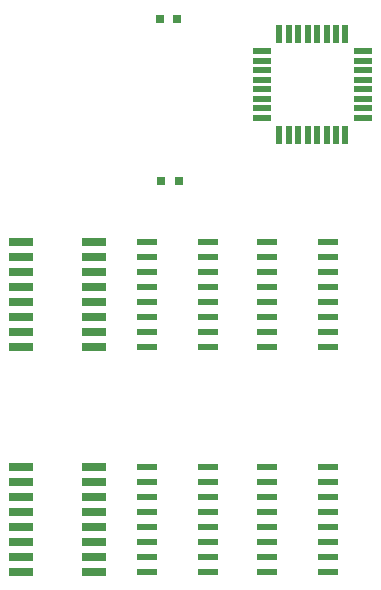
<source format=gbr>
G04 #@! TF.FileFunction,Paste,Top*
%FSLAX46Y46*%
G04 Gerber Fmt 4.6, Leading zero omitted, Abs format (unit mm)*
G04 Created by KiCad (PCBNEW 4.0.2-stable) date 5/15/2017 11:57:14 PM*
%MOMM*%
G01*
G04 APERTURE LIST*
%ADD10C,0.100000*%
%ADD11R,0.800000X0.750000*%
%ADD12R,2.032000X0.660400*%
%ADD13R,1.701800X0.533400*%
%ADD14R,1.600000X0.550000*%
%ADD15R,0.550000X1.600000*%
G04 APERTURE END LIST*
D10*
D11*
X144641000Y-71501000D03*
X143141000Y-71501000D03*
X144768000Y-85217000D03*
X143268000Y-85217000D03*
D12*
X137566400Y-118364000D03*
X131419600Y-118364000D03*
X137566400Y-117094000D03*
X137566400Y-115824000D03*
X131419600Y-117094000D03*
X131419600Y-115824000D03*
X137566400Y-114554000D03*
X131419600Y-114554000D03*
X137566400Y-113284000D03*
X131419600Y-113284000D03*
X137566400Y-112014000D03*
X137566400Y-110744000D03*
X131419600Y-112014000D03*
X131419600Y-110744000D03*
X137566400Y-109474000D03*
X131419600Y-109474000D03*
X137566400Y-99314000D03*
X131419600Y-99314000D03*
X137566400Y-98044000D03*
X137566400Y-96774000D03*
X131419600Y-98044000D03*
X131419600Y-96774000D03*
X137566400Y-95504000D03*
X131419600Y-95504000D03*
X137566400Y-94234000D03*
X131419600Y-94234000D03*
X137566400Y-92964000D03*
X137566400Y-91694000D03*
X131419600Y-92964000D03*
X131419600Y-91694000D03*
X137566400Y-90424000D03*
X131419600Y-90424000D03*
D13*
X147243800Y-118364000D03*
X147243800Y-117094000D03*
X147243800Y-115824000D03*
X147243800Y-114554000D03*
X147243800Y-113284000D03*
X147243800Y-112014000D03*
X147243800Y-110744000D03*
X147243800Y-109474000D03*
X142062200Y-109474000D03*
X142062200Y-110744000D03*
X142062200Y-112014000D03*
X142062200Y-113284000D03*
X142062200Y-114554000D03*
X142062200Y-115824000D03*
X142062200Y-117094000D03*
X142062200Y-118364000D03*
X147243800Y-99314000D03*
X147243800Y-98044000D03*
X147243800Y-96774000D03*
X147243800Y-95504000D03*
X147243800Y-94234000D03*
X147243800Y-92964000D03*
X147243800Y-91694000D03*
X147243800Y-90424000D03*
X142062200Y-90424000D03*
X142062200Y-91694000D03*
X142062200Y-92964000D03*
X142062200Y-94234000D03*
X142062200Y-95504000D03*
X142062200Y-96774000D03*
X142062200Y-98044000D03*
X142062200Y-99314000D03*
X157403800Y-118364000D03*
X157403800Y-117094000D03*
X157403800Y-115824000D03*
X157403800Y-114554000D03*
X157403800Y-113284000D03*
X157403800Y-112014000D03*
X157403800Y-110744000D03*
X157403800Y-109474000D03*
X152222200Y-109474000D03*
X152222200Y-110744000D03*
X152222200Y-112014000D03*
X152222200Y-113284000D03*
X152222200Y-114554000D03*
X152222200Y-115824000D03*
X152222200Y-117094000D03*
X152222200Y-118364000D03*
X157403800Y-99314000D03*
X157403800Y-98044000D03*
X157403800Y-96774000D03*
X157403800Y-95504000D03*
X157403800Y-94234000D03*
X157403800Y-92964000D03*
X157403800Y-91694000D03*
X157403800Y-90424000D03*
X152222200Y-90424000D03*
X152222200Y-91694000D03*
X152222200Y-92964000D03*
X152222200Y-94234000D03*
X152222200Y-95504000D03*
X152222200Y-96774000D03*
X152222200Y-98044000D03*
X152222200Y-99314000D03*
D14*
X151833000Y-74289000D03*
X151833000Y-75089000D03*
X151833000Y-75889000D03*
X151833000Y-76689000D03*
X151833000Y-77489000D03*
X151833000Y-78289000D03*
X151833000Y-79089000D03*
X151833000Y-79889000D03*
D15*
X153283000Y-81339000D03*
X154083000Y-81339000D03*
X154883000Y-81339000D03*
X155683000Y-81339000D03*
X156483000Y-81339000D03*
X157283000Y-81339000D03*
X158083000Y-81339000D03*
X158883000Y-81339000D03*
D14*
X160333000Y-79889000D03*
X160333000Y-79089000D03*
X160333000Y-78289000D03*
X160333000Y-77489000D03*
X160333000Y-76689000D03*
X160333000Y-75889000D03*
X160333000Y-75089000D03*
X160333000Y-74289000D03*
D15*
X158883000Y-72839000D03*
X158083000Y-72839000D03*
X157283000Y-72839000D03*
X156483000Y-72839000D03*
X155683000Y-72839000D03*
X154883000Y-72839000D03*
X154083000Y-72839000D03*
X153283000Y-72839000D03*
M02*

</source>
